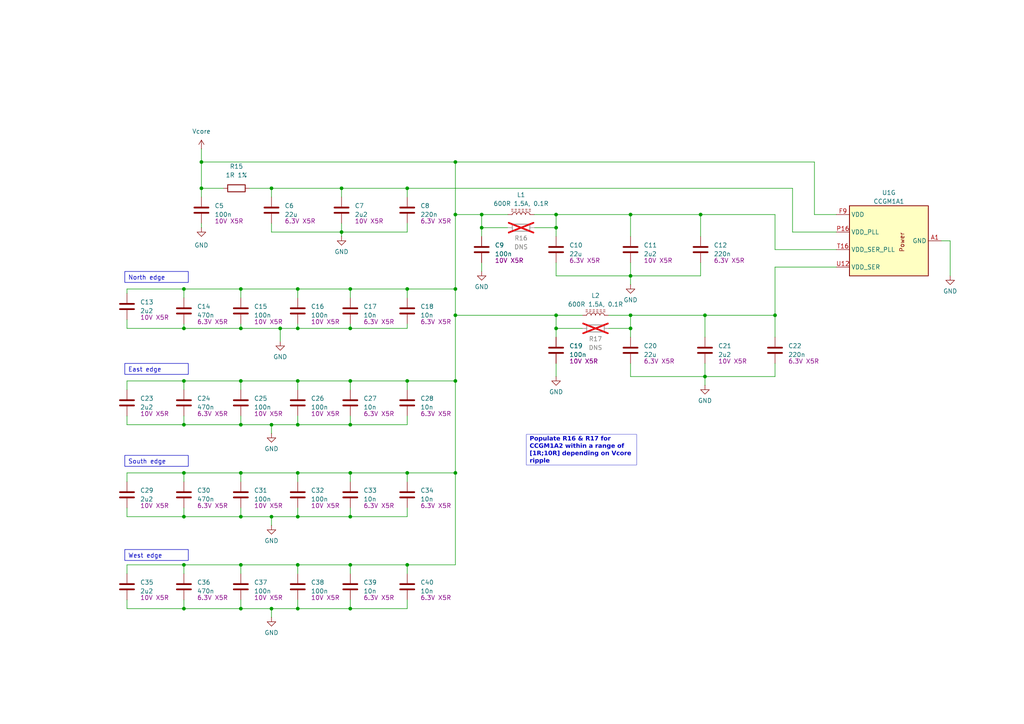
<source format=kicad_sch>
(kicad_sch (version 20250114) (generator "eeschema") (generator_version "9.0")
  (paper "A4")
  (title_block (title "CCSoM") (date "2024-12-20") (rev "1.0") (company "Technische Hochschule Köln") (comment 1 "Felix Sebastian Nitz "))
  (text_box "East edge\n" (at 36.195 105.41 0) (size 18.415 3.175) (margins 0.9525 0.9525 0.9525 0.9525) (effects (font (size 1.27 1.27)) (justify left top)))
  (text_box "North edge" (at 36.195 78.74 0) (size 18.415 3.175) (margins 0.9525 0.9525 0.9525 0.9525) (effects (font (size 1.27 1.27)) (justify left top)))
  (text_box "South edge\n" (at 36.195 132.08 0) (size 18.415 3.175) (margins 0.9525 0.9525 0.9525 0.9525) (effects (font (size 1.27 1.27)) (justify left top)))
  (text_box "Populate R16 & R17 for CCGM1A2 within a range of [1R;10R] depending on Vcore ripple" (at 152.654 125.984 0) (size 32.004 8.89) (margins 0.9652 0.9652 0.9652 0.9652) (stroke (width 0.0254)) (effects (font (size 1.27 1.27) (thickness 0.254) (bold yes)) (justify left)))
  (text_box "West edge" (at 36.195 159.385 0) (size 18.415 3.175) (margins 0.9525 0.9525 0.9525 0.9525) (effects (font (size 1.27 1.27)) (justify left top)))
  (junction (at 139.7 66.04))
  (junction (at 132.08 110.49))
  (junction (at 53.34 123.19))
  (junction (at 86.36 163.83))
  (junction (at 53.34 137.16))
  (junction (at 139.7 62.23))
  (junction (at 69.85 95.25))
  (junction (at 203.2 62.23))
  (junction (at 101.6 83.82))
  (junction (at 78.74 54.61))
  (junction (at 86.36 83.82))
  (junction (at 69.85 149.86))
  (junction (at 132.08 46.99))
  (junction (at 132.08 83.82))
  (junction (at 69.85 83.82))
  (junction (at 224.79 91.44))
  (junction (at 204.47 109.22))
  (junction (at 132.08 91.44))
  (junction (at 53.34 83.82))
  (junction (at 182.88 91.44))
  (junction (at 101.6 123.19))
  (junction (at 86.36 95.25))
  (junction (at 86.36 137.16))
  (junction (at 118.11 54.61))
  (junction (at 69.85 110.49))
  (junction (at 58.42 46.99))
  (junction (at 118.11 110.49))
  (junction (at 132.08 62.23))
  (junction (at 86.36 110.49))
  (junction (at 161.29 91.44))
  (junction (at 101.6 149.86))
  (junction (at 132.08 137.16))
  (junction (at 182.88 80.01))
  (junction (at 101.6 95.25))
  (junction (at 86.36 176.53))
  (junction (at 86.36 149.86))
  (junction (at 204.47 91.44))
  (junction (at 182.88 95.25))
  (junction (at 81.28 95.25))
  (junction (at 53.34 110.49))
  (junction (at 53.34 149.86))
  (junction (at 101.6 137.16))
  (junction (at 182.88 62.23))
  (junction (at 53.34 176.53))
  (junction (at 118.11 137.16))
  (junction (at 78.74 176.53))
  (junction (at 53.34 163.83))
  (junction (at 69.85 137.16))
  (junction (at 118.11 163.83))
  (junction (at 101.6 110.49))
  (junction (at 161.29 66.04))
  (junction (at 78.74 123.19))
  (junction (at 58.42 54.61))
  (junction (at 78.74 149.86))
  (junction (at 99.06 54.61))
  (junction (at 69.85 176.53))
  (junction (at 161.29 62.23))
  (junction (at 118.11 83.82))
  (junction (at 101.6 163.83))
  (junction (at 99.06 67.31))
  (junction (at 69.85 123.19))
  (junction (at 161.29 95.25))
  (junction (at 53.34 95.25))
  (junction (at 86.36 123.19))
  (junction (at 69.85 163.83))
  (junction (at 101.6 176.53))
  (wire (pts (xy 118.11 83.82) (xy 132.08 83.82)))
  (wire (pts (xy 36.83 149.86) (xy 53.34 149.86)))
  (wire (pts (xy 99.06 64.77) (xy 99.06 67.31)))
  (wire (pts (xy 242.57 72.39) (xy 224.79 72.39)))
  (wire (pts (xy 203.2 80.01) (xy 182.88 80.01)))
  (wire (pts (xy 101.6 139.7) (xy 101.6 137.16)))
  (wire (pts (xy 203.2 68.58) (xy 203.2 62.23)))
  (wire (pts (xy 118.11 163.83) (xy 132.08 163.83)))
  (wire (pts (xy 118.11 83.82) (xy 118.11 86.36)))
  (wire (pts (xy 86.36 110.49) (xy 86.36 113.03)))
  (wire (pts (xy 58.42 64.77) (xy 58.42 66.04)))
  (wire (pts (xy 53.34 147.32) (xy 53.34 149.86)))
  (wire (pts (xy 182.88 95.25) (xy 182.88 91.44)))
  (wire (pts (xy 242.57 62.23) (xy 236.22 62.23)))
  (wire (pts (xy 53.34 83.82) (xy 69.85 83.82)))
  (wire (pts (xy 69.85 95.25) (xy 81.28 95.25)))
  (wire (pts (xy 69.85 176.53) (xy 78.74 176.53)))
  (wire (pts (xy 182.88 76.2) (xy 182.88 80.01)))
  (wire (pts (xy 69.85 163.83) (xy 69.85 166.37)))
  (wire (pts (xy 78.74 176.53) (xy 86.36 176.53)))
  (wire (pts (xy 132.08 91.44) (xy 161.29 91.44)))
  (wire (pts (xy 101.6 166.37) (xy 101.6 163.83)))
  (wire (pts (xy 118.11 163.83) (xy 118.11 166.37)))
  (wire (pts (xy 118.11 110.49) (xy 118.11 113.03)))
  (wire (pts (xy 118.11 176.53) (xy 118.11 173.99)))
  (wire (pts (xy 101.6 113.03) (xy 101.6 110.49)))
  (wire (pts (xy 69.85 137.16) (xy 69.85 139.7)))
  (wire (pts (xy 58.42 54.61) (xy 64.77 54.61)))
  (wire (pts (xy 81.28 95.25) (xy 86.36 95.25)))
  (wire (pts (xy 161.29 68.58) (xy 161.29 66.04)))
  (wire (pts (xy 86.36 120.65) (xy 86.36 123.19)))
  (wire (pts (xy 161.29 95.25) (xy 168.91 95.25)))
  (wire (pts (xy 36.83 163.83) (xy 53.34 163.83)))
  (wire (pts (xy 53.34 83.82) (xy 53.34 86.36)))
  (wire (pts (xy 118.11 64.77) (xy 118.11 67.31)))
  (wire (pts (xy 132.08 137.16) (xy 132.08 163.83)))
  (wire (pts (xy 203.2 76.2) (xy 203.2 80.01)))
  (wire (pts (xy 101.6 163.83) (xy 118.11 163.83)))
  (wire (pts (xy 154.94 62.23) (xy 161.29 62.23)))
  (wire (pts (xy 176.53 95.25) (xy 182.88 95.25)))
  (wire (pts (xy 53.34 149.86) (xy 69.85 149.86)))
  (wire (pts (xy 78.74 64.77) (xy 78.74 67.31)))
  (wire (pts (xy 36.83 85.09) (xy 36.83 83.82)))
  (wire (pts (xy 99.06 54.61) (xy 118.11 54.61)))
  (wire (pts (xy 161.29 80.01) (xy 182.88 80.01)))
  (wire (pts (xy 101.6 95.25) (xy 118.11 95.25)))
  (wire (pts (xy 69.85 123.19) (xy 78.74 123.19)))
  (wire (pts (xy 161.29 76.2) (xy 161.29 80.01)))
  (wire (pts (xy 204.47 105.41) (xy 204.47 109.22)))
  (wire (pts (xy 139.7 76.2) (xy 139.7 78.74)))
  (wire (pts (xy 182.88 109.22) (xy 204.47 109.22)))
  (wire (pts (xy 86.36 110.49) (xy 101.6 110.49)))
  (wire (pts (xy 69.85 93.98) (xy 69.85 95.25)))
  (wire (pts (xy 78.74 54.61) (xy 99.06 54.61)))
  (wire (pts (xy 132.08 62.23) (xy 132.08 83.82)))
  (wire (pts (xy 86.36 173.99) (xy 86.36 176.53)))
  (wire (pts (xy 101.6 83.82) (xy 118.11 83.82)))
  (wire (pts (xy 132.08 46.99) (xy 132.08 62.23)))
  (wire (pts (xy 36.83 110.49) (xy 53.34 110.49)))
  (wire (pts (xy 224.79 105.41) (xy 224.79 109.22)))
  (wire (pts (xy 58.42 43.18) (xy 58.42 46.99)))
  (wire (pts (xy 53.34 93.98) (xy 53.34 95.25)))
  (wire (pts (xy 224.79 77.47) (xy 224.79 91.44)))
  (wire (pts (xy 118.11 54.61) (xy 118.11 57.15)))
  (wire (pts (xy 118.11 95.25) (xy 118.11 93.98)))
  (wire (pts (xy 224.79 97.79) (xy 224.79 91.44)))
  (wire (pts (xy 118.11 110.49) (xy 132.08 110.49)))
  (wire (pts (xy 72.39 54.61) (xy 78.74 54.61)))
  (wire (pts (xy 86.36 93.98) (xy 86.36 95.25)))
  (wire (pts (xy 101.6 137.16) (xy 118.11 137.16)))
  (wire (pts (xy 101.6 93.98) (xy 101.6 95.25)))
  (wire (pts (xy 118.11 123.19) (xy 118.11 120.65)))
  (wire (pts (xy 275.59 69.85) (xy 275.59 80.01)))
  (wire (pts (xy 132.08 110.49) (xy 132.08 137.16)))
  (wire (pts (xy 101.6 149.86) (xy 118.11 149.86)))
  (wire (pts (xy 69.85 110.49) (xy 69.85 113.03)))
  (wire (pts (xy 36.83 147.32) (xy 36.83 149.86)))
  (wire (pts (xy 69.85 173.99) (xy 69.85 176.53)))
  (wire (pts (xy 182.88 80.01) (xy 182.88 82.55)))
  (wire (pts (xy 36.83 137.16) (xy 53.34 137.16)))
  (wire (pts (xy 86.36 176.53) (xy 101.6 176.53)))
  (wire (pts (xy 69.85 163.83) (xy 86.36 163.83)))
  (wire (pts (xy 161.29 66.04) (xy 161.29 62.23)))
  (wire (pts (xy 86.36 137.16) (xy 86.36 139.7)))
  (wire (pts (xy 118.11 137.16) (xy 132.08 137.16)))
  (wire (pts (xy 58.42 54.61) (xy 58.42 57.15)))
  (wire (pts (xy 53.34 110.49) (xy 53.34 113.03)))
  (wire (pts (xy 101.6 120.65) (xy 101.6 123.19)))
  (wire (pts (xy 118.11 54.61) (xy 229.87 54.61)))
  (wire (pts (xy 69.85 147.32) (xy 69.85 149.86)))
  (wire (pts (xy 118.11 149.86) (xy 118.11 147.32)))
  (wire (pts (xy 229.87 67.31) (xy 242.57 67.31)))
  (wire (pts (xy 36.83 123.19) (xy 53.34 123.19)))
  (wire (pts (xy 53.34 176.53) (xy 69.85 176.53)))
  (wire (pts (xy 53.34 137.16) (xy 69.85 137.16)))
  (wire (pts (xy 161.29 91.44) (xy 161.29 95.25)))
  (wire (pts (xy 236.22 62.23) (xy 236.22 46.99)))
  (wire (pts (xy 69.85 83.82) (xy 69.85 86.36)))
  (wire (pts (xy 69.85 110.49) (xy 86.36 110.49)))
  (wire (pts (xy 86.36 163.83) (xy 101.6 163.83)))
  (wire (pts (xy 275.59 69.85) (xy 273.05 69.85)))
  (wire (pts (xy 242.57 77.47) (xy 224.79 77.47)))
  (wire (pts (xy 86.36 137.16) (xy 101.6 137.16)))
  (wire (pts (xy 53.34 163.83) (xy 69.85 163.83)))
  (wire (pts (xy 69.85 137.16) (xy 86.36 137.16)))
  (wire (pts (xy 101.6 110.49) (xy 118.11 110.49)))
  (wire (pts (xy 36.83 166.37) (xy 36.83 163.83)))
  (wire (pts (xy 224.79 91.44) (xy 204.47 91.44)))
  (wire (pts (xy 229.87 54.61) (xy 229.87 67.31)))
  (wire (pts (xy 161.29 95.25) (xy 161.29 97.79)))
  (wire (pts (xy 36.83 173.99) (xy 36.83 176.53)))
  (wire (pts (xy 182.88 68.58) (xy 182.88 62.23)))
  (wire (pts (xy 36.83 92.71) (xy 36.83 95.25)))
  (wire (pts (xy 86.36 83.82) (xy 101.6 83.82)))
  (wire (pts (xy 86.36 149.86) (xy 101.6 149.86)))
  (wire (pts (xy 58.42 46.99) (xy 58.42 54.61)))
  (wire (pts (xy 69.85 149.86) (xy 78.74 149.86)))
  (wire (pts (xy 78.74 149.86) (xy 78.74 152.4)))
  (wire (pts (xy 101.6 176.53) (xy 118.11 176.53)))
  (wire (pts (xy 182.88 105.41) (xy 182.88 109.22)))
  (wire (pts (xy 182.88 91.44) (xy 204.47 91.44)))
  (wire (pts (xy 36.83 176.53) (xy 53.34 176.53)))
  (wire (pts (xy 78.74 176.53) (xy 78.74 179.07)))
  (wire (pts (xy 53.34 120.65) (xy 53.34 123.19)))
  (wire (pts (xy 101.6 173.99) (xy 101.6 176.53)))
  (wire (pts (xy 139.7 66.04) (xy 139.7 68.58)))
  (wire (pts (xy 36.83 95.25) (xy 53.34 95.25)))
  (wire (pts (xy 176.53 91.44) (xy 182.88 91.44)))
  (wire (pts (xy 36.83 120.65) (xy 36.83 123.19)))
  (wire (pts (xy 224.79 72.39) (xy 224.79 62.23)))
  (wire (pts (xy 53.34 137.16) (xy 53.34 139.7)))
  (wire (pts (xy 53.34 123.19) (xy 69.85 123.19)))
  (wire (pts (xy 101.6 147.32) (xy 101.6 149.86)))
  (wire (pts (xy 86.36 163.83) (xy 86.36 166.37)))
  (wire (pts (xy 69.85 83.82) (xy 86.36 83.82)))
  (wire (pts (xy 53.34 163.83) (xy 53.34 166.37)))
  (wire (pts (xy 118.11 67.31) (xy 99.06 67.31)))
  (wire (pts (xy 118.11 137.16) (xy 118.11 139.7)))
  (wire (pts (xy 53.34 173.99) (xy 53.34 176.53)))
  (wire (pts (xy 132.08 46.99) (xy 236.22 46.99)))
  (wire (pts (xy 101.6 86.36) (xy 101.6 83.82)))
  (wire (pts (xy 86.36 83.82) (xy 86.36 86.36)))
  (wire (pts (xy 224.79 62.23) (xy 203.2 62.23)))
  (wire (pts (xy 161.29 62.23) (xy 182.88 62.23)))
  (wire (pts (xy 36.83 113.03) (xy 36.83 110.49)))
  (wire (pts (xy 78.74 54.61) (xy 78.74 57.15)))
  (wire (pts (xy 86.36 123.19) (xy 101.6 123.19)))
  (wire (pts (xy 139.7 62.23) (xy 139.7 66.04)))
  (wire (pts (xy 78.74 123.19) (xy 86.36 123.19)))
  (wire (pts (xy 204.47 109.22) (xy 204.47 111.76)))
  (wire (pts (xy 58.42 46.99) (xy 132.08 46.99)))
  (wire (pts (xy 53.34 95.25) (xy 69.85 95.25)))
  (wire (pts (xy 78.74 123.19) (xy 78.74 125.73)))
  (wire (pts (xy 224.79 109.22) (xy 204.47 109.22)))
  (wire (pts (xy 101.6 123.19) (xy 118.11 123.19)))
  (wire (pts (xy 154.94 66.04) (xy 161.29 66.04)))
  (wire (pts (xy 78.74 67.31) (xy 99.06 67.31)))
  (wire (pts (xy 132.08 91.44) (xy 132.08 110.49)))
  (wire (pts (xy 99.06 54.61) (xy 99.06 57.15)))
  (wire (pts (xy 139.7 66.04) (xy 147.32 66.04)))
  (wire (pts (xy 78.74 149.86) (xy 86.36 149.86)))
  (wire (pts (xy 81.28 95.25) (xy 81.28 99.06)))
  (wire (pts (xy 182.88 97.79) (xy 182.88 95.25)))
  (wire (pts (xy 86.36 95.25) (xy 101.6 95.25)))
  (wire (pts (xy 69.85 120.65) (xy 69.85 123.19)))
  (wire (pts (xy 161.29 91.44) (xy 168.91 91.44)))
  (wire (pts (xy 139.7 62.23) (xy 147.32 62.23)))
  (wire (pts (xy 53.34 110.49) (xy 69.85 110.49)))
  (wire (pts (xy 86.36 147.32) (xy 86.36 149.86)))
  (wire (pts (xy 203.2 62.23) (xy 182.88 62.23)))
  (wire (pts (xy 99.06 67.31) (xy 99.06 68.58)))
  (wire (pts (xy 36.83 139.7) (xy 36.83 137.16)))
  (wire (pts (xy 204.47 97.79) (xy 204.47 91.44)))
  (wire (pts (xy 36.83 83.82) (xy 53.34 83.82)))
  (wire (pts (xy 161.29 105.41) (xy 161.29 109.22)))
  (wire (pts (xy 132.08 62.23) (xy 139.7 62.23)))
  (wire (pts (xy 132.08 83.82) (xy 132.08 91.44)))
  (symbol (lib_id "Device:C") (at 53.34 90.17 0) (unit 1)
    (property "Reference" "C14" (at 57.15 88.9 0) (effects (justify left)))
    (property "Value" "470n" (at 57.15 91.44 0) (effects (justify left)))
    (property "Footprint" "Capacitor_SMD:C_0402_1005Metric" (effects (hide yes)))
    (property "Description" "Unpolarized capacitor" (effects (hide yes)))
    (property "Voltage/Precision" "6.3V X5R" (at 57.15 93.345 0) (effects (justify left)))
    (property "Mouser Part Number" "GRT155C81C474KE01D" (effects (hide yes)))
    (property "Part Number" "GRT155C81C474KE01D" (effects (hide yes)))
  )
  (symbol (lib_id "Device:C") (at 101.6 90.17 0) (unit 1)
    (property "Reference" "C17" (at 105.41 88.9 0) (effects (justify left)))
    (property "Value" "10n" (at 105.41 91.44 0) (effects (justify left)))
    (property "Footprint" "Capacitor_SMD:C_0402_1005Metric" (effects (hide yes)))
    (property "Description" "Unpolarized capacitor" (effects (hide yes)))
    (property "Voltage/Precision" "6.3V X5R" (at 105.41 93.345 0) (effects (justify left)))
    (property "Mouser Part Number" "GRM155R71C103KA01D" (effects (hide yes)))
    (property "Part Number" "GRM155R71C103KA01D" (effects (hide yes)))
  )
  (symbol (lib_id "Device:C") (at 36.83 143.51 0) (unit 1)
    (property "Reference" "C29" (at 40.64 142.24 0) (effects (justify left)))
    (property "Value" "2u2" (at 40.64 144.78 0) (effects (justify left)))
    (property "Footprint" "Capacitor_SMD:C_0402_1005Metric" (effects (hide yes)))
    (property "Description" "Unpolarized capacitor" (effects (hide yes)))
    (property "Voltage/Precision" "10V X5R" (at 40.64 146.685 0) (effects (justify left)))
    (property "Mouser Part Number" "GRM155Z71A225KE44D" (effects (hide yes)))
    (property "Part Number" "GRM155Z71A225KE44D" (effects (hide yes)))
  )
  (symbol (lib_id "Device:L_Ferrite") (at 151.13 62.23 90) (unit 1)
    (property "Reference" "L1" (at 151.13 56.515 90))
    (property "Value" "600R 1.5A, 0.1R" (at 151.13 59.055 90))
    (property "Footprint" "Capacitor_SMD:C_0603_1608Metric" (effects (hide yes)))
    (property "Description" "Inductor with ferrite core" (effects (hide yes)))
    (property "Name" "MI0805K601R-10" (effects (hide yes)))
    (property "Mouser Part Number" "74269262601" (effects (hide yes)))
    (property "Part Number" "74269262601" (effects (hide yes)))
  )
  (symbol (lib_id "Device:C") (at 118.11 143.51 0) (unit 1)
    (property "Reference" "C34" (at 121.92 142.24 0) (effects (justify left)))
    (property "Value" "10n" (at 121.92 144.78 0) (effects (justify left)))
    (property "Footprint" "Capacitor_SMD:C_0402_1005Metric" (effects (hide yes)))
    (property "Description" "Unpolarized capacitor" (effects (hide yes)))
    (property "Voltage/Precision" "6.3V X5R" (at 121.92 146.685 0) (effects (justify left)))
    (property "Mouser Part Number" "GRM155R71C103KA01D" (effects (hide yes)))
    (property "Part Number" "GRM155R71C103KA01D" (effects (hide yes)))
  )
  (symbol (lib_id "Device:R") (at 151.13 66.04 270) (mirror x) (unit 1) (dnp yes)
    (property "Reference" "R16" (at 151.13 69.088 90))
    (property "Value" "DNS" (at 151.13 71.628 90))
    (property "Footprint" "Resistor_SMD:R_0402_1005Metric" (effects (hide yes)))
    (property "Description" "Resistor" (effects (hide yes)))
    (property "Mouser Part Number" "71-CRCW020133R0FNED" (effects (hide yes)))
  )
  (symbol (lib_id "Device:C") (at 86.36 90.17 0) (unit 1)
    (property "Reference" "C16" (at 90.17 88.9 0) (effects (justify left)))
    (property "Value" "100n" (at 90.17 91.44 0) (effects (justify left)))
    (property "Footprint" "Capacitor_SMD:C_0402_1005Metric" (effects (hide yes)))
    (property "Description" "Unpolarized capacitor" (effects (hide yes)))
    (property "Voltage/Precision" "10V X5R" (at 90.17 93.345 0) (effects (justify left)))
    (property "Mouser Part Number" "GRM155R71C104KA88J" (effects (hide yes)))
    (property "Part Number" "GRM155R71C104KA88J" (effects (hide yes)))
  )
  (symbol (lib_id "power:GND") (at 204.47 111.76 0) (unit 1)
    (property "Reference" "#PWR030" (effects (hide yes)))
    (property "Value" "GND" (at 204.47 116.205 0))
    (property "Description" "Power symbol creates a global label with name \"GND\" , ground" (effects (hide yes)))
  )
  (symbol (lib_id "Device:C") (at 86.36 170.18 0) (unit 1)
    (property "Reference" "C38" (at 90.17 168.91 0) (effects (justify left)))
    (property "Value" "100n" (at 90.17 171.45 0) (effects (justify left)))
    (property "Footprint" "Capacitor_SMD:C_0402_1005Metric" (effects (hide yes)))
    (property "Description" "Unpolarized capacitor" (effects (hide yes)))
    (property "Voltage/Precision" "10V X5R" (at 90.17 173.355 0) (effects (justify left)))
    (property "Mouser Part Number" "GRM155R71C104KA88J" (effects (hide yes)))
    (property "Part Number" "GRM155R71C104KA88J" (effects (hide yes)))
  )
  (symbol (lib_id "Device:C") (at 58.42 60.96 0) (unit 1)
    (property "Reference" "C5" (at 62.23 59.69 0) (effects (justify left)))
    (property "Value" "100n" (at 62.23 62.23 0) (effects (justify left)))
    (property "Footprint" "Capacitor_SMD:C_0402_1005Metric" (effects (hide yes)))
    (property "Description" "Unpolarized capacitor" (effects (hide yes)))
    (property "Voltage/Precision" "10V X5R" (at 62.23 64.135 0) (effects (justify left)))
    (property "Mouser Part Number" "GRM155R71C104KA88J" (effects (hide yes)))
    (property "Part Number" "GRM155R71C104KA88J" (effects (hide yes)))
  )
  (symbol (lib_id "Device:C") (at 53.34 116.84 0) (unit 1)
    (property "Reference" "C24" (at 57.15 115.57 0) (effects (justify left)))
    (property "Value" "470n" (at 57.15 118.11 0) (effects (justify left)))
    (property "Footprint" "Capacitor_SMD:C_0402_1005Metric" (effects (hide yes)))
    (property "Description" "Unpolarized capacitor" (effects (hide yes)))
    (property "Voltage/Precision" "6.3V X5R" (at 57.15 120.015 0) (effects (justify left)))
    (property "Mouser Part Number" "GRT155C81C474KE01D" (effects (hide yes)))
    (property "Part Number" "GRT155C81C474KE01D" (effects (hide yes)))
  )
  (symbol (lib_id "Device:C") (at 78.74 60.96 0) (unit 1)
    (property "Reference" "C6" (at 82.55 59.69 0) (effects (justify left)))
    (property "Value" "22u" (at 82.55 62.23 0) (effects (justify left)))
    (property "Footprint" "Capacitor_SMD:C_0603_1608Metric" (effects (hide yes)))
    (property "Description" "Unpolarized capacitor" (effects (hide yes)))
    (property "Voltage/Precision" "6.3V X5R" (at 82.55 64.135 0) (effects (justify left)))
    (property "Mouser Part Number" "GRM188C61C226ME01W" (effects (hide yes)))
    (property "Part Number" "GRM188C61C226ME01W" (effects (hide yes)))
  )
  (symbol (lib_id "Device:C") (at 86.36 116.84 0) (unit 1)
    (property "Reference" "C26" (at 90.17 115.57 0) (effects (justify left)))
    (property "Value" "100n" (at 90.17 118.11 0) (effects (justify left)))
    (property "Footprint" "Capacitor_SMD:C_0402_1005Metric" (effects (hide yes)))
    (property "Description" "Unpolarized capacitor" (effects (hide yes)))
    (property "Voltage/Precision" "10V X5R" (at 90.17 120.015 0) (effects (justify left)))
    (property "Mouser Part Number" "GRM155R71C104KA88J" (effects (hide yes)))
    (property "Part Number" "GRM155R71C104KA88J" (effects (hide yes)))
  )
  (symbol (lib_id "power:GND") (at 99.06 68.58 0) (unit 1)
    (property "Reference" "#PWR024" (effects (hide yes)))
    (property "Value" "GND" (at 99.06 73.025 0))
    (property "Description" "Power symbol creates a global label with name \"GND\" , ground" (effects (hide yes)))
  )
  (symbol (lib_id "power:+2V5") (at 58.42 43.18 0) (unit 1)
    (property "Reference" "#PWR022" (effects (hide yes)))
    (property "Value" "Vcore" (at 58.42 38.1 0))
    (property "Description" "Power symbol creates a global label with name \"+2V5\"" (effects (hide yes)))
  )
  (symbol (lib_id "Device:C") (at 118.11 60.96 0) (unit 1)
    (property "Reference" "C8" (at 121.92 59.69 0) (effects (justify left)))
    (property "Value" "220n" (at 121.92 62.23 0) (effects (justify left)))
    (property "Footprint" "Capacitor_SMD:C_0402_1005Metric" (effects (hide yes)))
    (property "Description" "Unpolarized capacitor" (effects (hide yes)))
    (property "Voltage/Precision" "6.3V X5R" (at 121.92 64.135 0) (effects (justify left)))
    (property "Mouser Part Number" "GRM155R71C224KA12D" (effects (hide yes)))
    (property "Part Number" "GRM155R71C224KA12D" (effects (hide yes)))
  )
  (symbol (lib_id "Device:C") (at 101.6 143.51 0) (unit 1)
    (property "Reference" "C33" (at 105.41 142.24 0) (effects (justify left)))
    (property "Value" "10n" (at 105.41 144.78 0) (effects (justify left)))
    (property "Footprint" "Capacitor_SMD:C_0402_1005Metric" (effects (hide yes)))
    (property "Description" "Unpolarized capacitor" (effects (hide yes)))
    (property "Voltage/Precision" "6.3V X5R" (at 105.41 146.685 0) (effects (justify left)))
    (property "Mouser Part Number" "GRM155R71C103KA01D" (effects (hide yes)))
    (property "Part Number" "GRM155R71C103KA01D" (effects (hide yes)))
  )
  (symbol (lib_id "Device:C") (at 36.83 116.84 0) (unit 1)
    (property "Reference" "C23" (at 40.64 115.57 0) (effects (justify left)))
    (property "Value" "2u2" (at 40.64 118.11 0) (effects (justify left)))
    (property "Footprint" "Capacitor_SMD:C_0402_1005Metric" (effects (hide yes)))
    (property "Description" "Unpolarized capacitor" (effects (hide yes)))
    (property "Voltage/Precision" "10V X5R" (at 40.64 120.015 0) (effects (justify left)))
    (property "Mouser Part Number" "GRM155Z71A225KE44D" (effects (hide yes)))
    (property "Part Number" "GRM155Z71A225KE44D" (effects (hide yes)))
  )
  (symbol (lib_id "Device:C") (at 36.83 170.18 0) (unit 1)
    (property "Reference" "C35" (at 40.64 168.91 0) (effects (justify left)))
    (property "Value" "2u2" (at 40.64 171.45 0) (effects (justify left)))
    (property "Footprint" "Capacitor_SMD:C_0402_1005Metric" (effects (hide yes)))
    (property "Description" "Unpolarized capacitor" (effects (hide yes)))
    (property "Voltage/Precision" "10V X5R" (at 40.64 173.355 0) (effects (justify left)))
    (property "Mouser Part Number" "GRM155Z71A225KE44D" (effects (hide yes)))
    (property "Part Number" "GRM155Z71A225KE44D" (effects (hide yes)))
  )
  (symbol (lib_id "Device:C") (at 53.34 143.51 0) (unit 1)
    (property "Reference" "C30" (at 57.15 142.24 0) (effects (justify left)))
    (property "Value" "470n" (at 57.15 144.78 0) (effects (justify left)))
    (property "Footprint" "Capacitor_SMD:C_0402_1005Metric" (effects (hide yes)))
    (property "Description" "Unpolarized capacitor" (effects (hide yes)))
    (property "Voltage/Precision" "6.3V X5R" (at 57.15 146.685 0) (effects (justify left)))
    (property "Mouser Part Number" "GRT155C81C474KE01D" (effects (hide yes)))
    (property "Part Number" "GRT155C81C474KE01D" (effects (hide yes)))
  )
  (symbol (lib_id "Device:C") (at 182.88 101.6 0) (unit 1)
    (property "Reference" "C20" (at 186.69 100.33 0) (effects (justify left)))
    (property "Value" "22u" (at 186.69 102.87 0) (effects (justify left)))
    (property "Footprint" "Capacitor_SMD:C_0603_1608Metric" (effects (hide yes)))
    (property "Description" "Unpolarized capacitor" (effects (hide yes)))
    (property "Voltage/Precision" "6.3V X5R" (at 186.69 104.775 0) (effects (justify left)))
    (property "Mouser Part Number" "GRM188C61C226ME01W" (effects (hide yes)))
    (property "Part Number" "GRM188C61C226ME01W" (effects (hide yes)))
  )
  (symbol (lib_id "Device:C") (at 36.83 88.9 0) (unit 1)
    (property "Reference" "C13" (at 40.64 87.63 0) (effects (justify left)))
    (property "Value" "2u2" (at 40.64 90.17 0) (effects (justify left)))
    (property "Footprint" "Capacitor_SMD:C_0402_1005Metric" (effects (hide yes)))
    (property "Description" "Unpolarized capacitor" (effects (hide yes)))
    (property "Voltage/Precision" "10V X5R" (at 40.64 92.075 0) (effects (justify left)))
    (property "Mouser Part Number" "GRM155Z71A225KE44D" (effects (hide yes)))
    (property "Part Number" "GRM155Z71A225KE44D" (effects (hide yes)))
  )
  (symbol (lib_id "power:GND") (at 161.29 109.22 0) (unit 1)
    (property "Reference" "#PWR029" (effects (hide yes)))
    (property "Value" "GND" (at 161.29 113.665 0))
    (property "Description" "Power symbol creates a global label with name \"GND\" , ground" (effects (hide yes)))
  )
  (symbol (lib_id "power:GND") (at 182.88 82.55 0) (unit 1)
    (property "Reference" "#PWR027" (effects (hide yes)))
    (property "Value" "GND" (at 182.88 86.995 0))
    (property "Description" "Power symbol creates a global label with name \"GND\" , ground" (effects (hide yes)))
  )
  (symbol (lib_id "Device:C") (at 86.36 143.51 0) (unit 1)
    (property "Reference" "C32" (at 90.17 142.24 0) (effects (justify left)))
    (property "Value" "100n" (at 90.17 144.78 0) (effects (justify left)))
    (property "Footprint" "Capacitor_SMD:C_0402_1005Metric" (effects (hide yes)))
    (property "Description" "Unpolarized capacitor" (effects (hide yes)))
    (property "Voltage/Precision" "10V X5R" (at 90.17 146.685 0) (effects (justify left)))
    (property "Mouser Part Number" "GRM155R71C104KA88J" (effects (hide yes)))
    (property "Part Number" "GRM155R71C104KA88J" (effects (hide yes)))
  )
  (symbol (lib_id "Device:L_Ferrite") (at 172.72 91.44 90) (unit 1)
    (property "Reference" "L2" (at 172.72 85.725 90))
    (property "Value" "600R 1.5A, 0.1R" (at 172.72 88.265 90))
    (property "Footprint" "Capacitor_SMD:C_0603_1608Metric" (effects (hide yes)))
    (property "Description" "Inductor with ferrite core" (effects (hide yes)))
    (property "Name" "MI0805K601R-10" (effects (hide yes)))
    (property "Mouser Part Number" "74269262601" (effects (hide yes)))
    (property "Part Number" "74269262601" (effects (hide yes)))
  )
  (symbol (lib_id "Device:R") (at 172.72 95.25 270) (mirror x) (unit 1) (dnp yes)
    (property "Reference" "R17" (at 172.72 98.298 90))
    (property "Value" "DNS" (at 172.72 100.838 90))
    (property "Footprint" "Resistor_SMD:R_0402_1005Metric" (effects (hide yes)))
    (property "Description" "Resistor" (effects (hide yes)))
    (property "Mouser Part Number" "71-CRCW020133R0FNED" (effects (hide yes)))
  )
  (symbol (lib_id "Device:C") (at 203.2 72.39 0) (unit 1)
    (property "Reference" "C12" (at 207.01 71.12 0) (effects (justify left)))
    (property "Value" "220n" (at 207.01 73.66 0) (effects (justify left)))
    (property "Footprint" "Capacitor_SMD:C_0402_1005Metric" (effects (hide yes)))
    (property "Description" "Unpolarized capacitor" (effects (hide yes)))
    (property "Voltage/Precision" "6.3V X5R" (at 207.01 75.565 0) (effects (justify left)))
    (property "Mouser Part Number" "GRM155R71C224KA12D" (effects (hide yes)))
    (property "Part Number" "GRM155R71C224KA12D" (effects (hide yes)))
  )
  (symbol (lib_id "Device:C") (at 53.34 170.18 0) (unit 1)
    (property "Reference" "C36" (at 57.15 168.91 0) (effects (justify left)))
    (property "Value" "470n" (at 57.15 171.45 0) (effects (justify left)))
    (property "Footprint" "Capacitor_SMD:C_0402_1005Metric" (effects (hide yes)))
    (property "Description" "Unpolarized capacitor" (effects (hide yes)))
    (property "Voltage/Precision" "6.3V X5R" (at 57.15 173.355 0) (effects (justify left)))
    (property "Mouser Part Number" "GRT155C81C474KE01D" (effects (hide yes)))
    (property "Part Number" "GRT155C81C474KE01D" (effects (hide yes)))
  )
  (symbol (lib_id "Device:R") (at 68.58 54.61 90) (unit 1)
    (property "Reference" "R15" (at 68.58 48.26 90))
    (property "Value" "1R 1%" (at 68.58 50.8 90))
    (property "Footprint" "Resistor_SMD:R_0402_1005Metric" (effects (hide yes)))
    (property "Description" "Resistor" (effects (hide yes)))
    (property "Mouser Part Number" "CRCW04021R00FKEDHP" (effects (hide yes)))
    (property "Part Number" "CRCW04021R00FKEDHP" (effects (hide yes)))
  )
  (symbol (lib_id "Device:C") (at 182.88 72.39 0) (unit 1)
    (property "Reference" "C11" (at 186.69 71.12 0) (effects (justify left)))
    (property "Value" "2u2" (at 186.69 73.66 0) (effects (justify left)))
    (property "Footprint" "Capacitor_SMD:C_0402_1005Metric" (effects (hide yes)))
    (property "Description" "Unpolarized capacitor" (effects (hide yes)))
    (property "Voltage/Precision" "10V X5R" (at 186.69 75.565 0) (effects (justify left)))
    (property "Mouser Part Number" "GRM155Z71A225KE44D" (effects (hide yes)))
    (property "Part Number" "GRM155Z71A225KE44D" (effects (hide yes)))
  )
  (symbol (lib_id "power:GND") (at 275.59 80.01 0) (unit 1)
    (property "Reference" "#PWR026" (effects (hide yes)))
    (property "Value" "GND" (at 275.59 84.455 0))
    (property "Description" "Power symbol creates a global label with name \"GND\" , ground" (effects (hide yes)))
  )
  (symbol (lib_id "power:GND") (at 58.42 66.04 0) (unit 1)
    (property "Reference" "#PWR023" (effects (hide yes)))
    (property "Value" "GND" (at 58.42 71.12 0))
    (property "Description" "Power symbol creates a global label with name \"GND\" , ground" (effects (hide yes)))
  )
  (symbol (lib_id "Device:C") (at 204.47 101.6 0) (unit 1)
    (property "Reference" "C21" (at 208.28 100.33 0) (effects (justify left)))
    (property "Value" "2u2" (at 208.28 102.87 0) (effects (justify left)))
    (property "Footprint" "Capacitor_SMD:C_0402_1005Metric" (effects (hide yes)))
    (property "Description" "Unpolarized capacitor" (effects (hide yes)))
    (property "Voltage/Precision" "10V X5R" (at 208.28 104.775 0) (effects (justify left)))
    (property "Mouser Part Number" "GRM155Z71A225KE44D" (effects (hide yes)))
    (property "Part Number" "GRM155Z71A225KE44D" (effects (hide yes)))
  )
  (symbol (lib_id "Device:C") (at 101.6 170.18 0) (unit 1)
    (property "Reference" "C39" (at 105.41 168.91 0) (effects (justify left)))
    (property "Value" "10n" (at 105.41 171.45 0) (effects (justify left)))
    (property "Footprint" "Capacitor_SMD:C_0402_1005Metric" (effects (hide yes)))
    (property "Description" "Unpolarized capacitor" (effects (hide yes)))
    (property "Voltage/Precision" "6.3V X5R" (at 105.41 173.355 0) (effects (justify left)))
    (property "Mouser Part Number" "GRM155R71C103KA01D" (effects (hide yes)))
    (property "Part Number" "GRM155R71C103KA01D" (effects (hide yes)))
  )
  (symbol (lib_id "Device:C") (at 69.85 170.18 0) (unit 1)
    (property "Reference" "C37" (at 73.66 168.91 0) (effects (justify left)))
    (property "Value" "100n" (at 73.66 171.45 0) (effects (justify left)))
    (property "Footprint" "Capacitor_SMD:C_0402_1005Metric" (effects (hide yes)))
    (property "Description" "Unpolarized capacitor" (effects (hide yes)))
    (property "Voltage/Precision" "10V X5R" (at 73.66 173.355 0) (effects (justify left)))
    (property "Mouser Part Number" "GRM155R71C104KA88J" (effects (hide yes)))
    (property "Part Number" "GRM155R71C104KA88J" (effects (hide yes)))
  )
  (symbol (lib_id "FPGA_CologneChip_GateMate:CCGM1A2") (at 257.81 69.85 90) (unit 7)
    (property "Reference" "U1" (at 257.81 55.88 90))
    (property "Value" "CCGM1A1" (at 257.81 58.42 90))
    (property "Footprint" "Package_BGA:BGA-324_15.0x15.0mm_Layout18x18_P0.8mm_Ball0.45mm_Pad0.4mm_NSMD" (effects (hide yes)))
    (property "Datasheet" "https://colognechip.com/docs/ds1001-gatemate1-datasheet-2022-05.pdf" (effects (hide yes)))
    (property "Mouser Part Number" "CCGM1A1-BGA324" (effects (hide yes)))
    (property "Part Number" "CCGM1A1-BGA324" (effects (hide yes)))
  )
  (symbol (lib_id "power:GND") (at 78.74 179.07 0) (unit 1)
    (property "Reference" "#PWR033" (effects (hide yes)))
    (property "Value" "GND" (at 78.74 183.515 0))
    (property "Description" "Power symbol creates a global label with name \"GND\" , ground" (effects (hide yes)))
  )
  (symbol (lib_id "Device:C") (at 69.85 90.17 0) (unit 1)
    (property "Reference" "C15" (at 73.66 88.9 0) (effects (justify left)))
    (property "Value" "100n" (at 73.66 91.44 0) (effects (justify left)))
    (property "Footprint" "Capacitor_SMD:C_0402_1005Metric" (effects (hide yes)))
    (property "Description" "Unpolarized capacitor" (effects (hide yes)))
    (property "Voltage/Precision" "10V X5R" (at 73.66 93.345 0) (effects (justify left)))
    (property "Mouser Part Number" "GRM155R71C104KA88J" (effects (hide yes)))
    (property "Part Number" "GRM155R71C104KA88J" (effects (hide yes)))
  )
  (symbol (lib_id "Device:C") (at 224.79 101.6 0) (unit 1)
    (property "Reference" "C22" (at 228.6 100.33 0) (effects (justify left)))
    (property "Value" "220n" (at 228.6 102.87 0) (effects (justify left)))
    (property "Footprint" "Capacitor_SMD:C_0402_1005Metric" (effects (hide yes)))
    (property "Description" "Unpolarized capacitor" (effects (hide yes)))
    (property "Voltage/Precision" "6.3V X5R" (at 228.6 104.775 0) (effects (justify left)))
    (property "Mouser Part Number" "GRM155R71C224KA12D" (effects (hide yes)))
    (property "Part Number" "GRM155R71C224KA12D" (effects (hide yes)))
  )
  (symbol (lib_id "Device:C") (at 118.11 170.18 0) (unit 1)
    (property "Reference" "C40" (at 121.92 168.91 0) (effects (justify left)))
    (property "Value" "10n" (at 121.92 171.45 0) (effects (justify left)))
    (property "Footprint" "Capacitor_SMD:C_0402_1005Metric" (effects (hide yes)))
    (property "Description" "Unpolarized capacitor" (effects (hide yes)))
    (property "Voltage/Precision" "6.3V X5R" (at 121.92 173.355 0) (effects (justify left)))
    (property "Mouser Part Number" "GRM155R71C103KA01D" (effects (hide yes)))
    (property "Part Number" "GRM155R71C103KA01D" (effects (hide yes)))
  )
  (symbol (lib_id "power:GND") (at 78.74 152.4 0) (unit 1)
    (property "Reference" "#PWR032" (effects (hide yes)))
    (property "Value" "GND" (at 78.74 156.845 0))
    (property "Description" "Power symbol creates a global label with name \"GND\" , ground" (effects (hide yes)))
  )
  (symbol (lib_id "Device:C") (at 101.6 116.84 0) (unit 1)
    (property "Reference" "C27" (at 105.41 115.57 0) (effects (justify left)))
    (property "Value" "10n" (at 105.41 118.11 0) (effects (justify left)))
    (property "Footprint" "Capacitor_SMD:C_0402_1005Metric" (effects (hide yes)))
    (property "Description" "Unpolarized capacitor" (effects (hide yes)))
    (property "Voltage/Precision" "6.3V X5R" (at 105.41 120.015 0) (effects (justify left)))
    (property "Mouser Part Number" "GRM155R71C103KA01D" (effects (hide yes)))
    (property "Part Number" "GRM155R71C103KA01D" (effects (hide yes)))
  )
  (symbol (lib_id "Device:C") (at 69.85 143.51 0) (unit 1)
    (property "Reference" "C31" (at 73.66 142.24 0) (effects (justify left)))
    (property "Value" "100n" (at 73.66 144.78 0) (effects (justify left)))
    (property "Footprint" "Capacitor_SMD:C_0402_1005Metric" (effects (hide yes)))
    (property "Description" "Unpolarized capacitor" (effects (hide yes)))
    (property "Voltage/Precision" "10V X5R" (at 73.66 146.685 0) (effects (justify left)))
    (property "Mouser Part Number" "GRM155R71C104KA88J" (effects (hide yes)))
    (property "Part Number" "GRM155R71C104KA88J" (effects (hide yes)))
  )
  (symbol (lib_id "power:GND") (at 81.28 99.06 0) (unit 1)
    (property "Reference" "#PWR028" (effects (hide yes)))
    (property "Value" "GND" (at 81.28 103.505 0))
    (property "Description" "Power symbol creates a global label with name \"GND\" , ground" (effects (hide yes)))
  )
  (symbol (lib_id "Device:C") (at 118.11 90.17 0) (unit 1)
    (property "Reference" "C18" (at 121.92 88.9 0) (effects (justify left)))
    (property "Value" "10n" (at 121.92 91.44 0) (effects (justify left)))
    (property "Footprint" "Capacitor_SMD:C_0402_1005Metric" (effects (hide yes)))
    (property "Description" "Unpolarized capacitor" (effects (hide yes)))
    (property "Voltage/Precision" "6.3V X5R" (at 121.92 93.345 0) (effects (justify left)))
    (property "Mouser Part Number" "GRM155R71C103KA01D" (effects (hide yes)))
    (property "Part Number" "GRM155R71C103KA01D" (effects (hide yes)))
  )
  (symbol (lib_id "Device:C") (at 69.85 116.84 0) (unit 1)
    (property "Reference" "C25" (at 73.66 115.57 0) (effects (justify left)))
    (property "Value" "100n" (at 73.66 118.11 0) (effects (justify left)))
    (property "Footprint" "Capacitor_SMD:C_0402_1005Metric" (effects (hide yes)))
    (property "Description" "Unpolarized capacitor" (effects (hide yes)))
    (property "Voltage/Precision" "10V X5R" (at 73.66 120.015 0) (effects (justify left)))
    (property "Mouser Part Number" "GRM155R71C104KA88J" (effects (hide yes)))
    (property "Part Number" "GRM155R71C104KA88J" (effects (hide yes)))
  )
  (symbol (lib_id "Device:C") (at 139.7 72.39 0) (unit 1)
    (property "Reference" "C9" (at 143.51 71.12 0) (effects (justify left)))
    (property "Value" "100n" (at 143.51 73.66 0) (effects (justify left)))
    (property "Footprint" "Capacitor_SMD:C_0402_1005Metric" (effects (hide yes)))
    (property "Description" "Unpolarized capacitor" (effects (hide yes)))
    (property "Voltage/Precision" "10V X5R" (at 143.51 75.565 0) (effects (justify left)))
    (property "Mouser Part Number" "GRM155R71C104KA88J" (effects (hide yes)))
    (property "Part Number" "GRM155R71C104KA88J" (effects (hide yes)))
  )
  (symbol (lib_id "power:GND") (at 139.7 78.74 0) (unit 1)
    (property "Reference" "#PWR025" (effects (hide yes)))
    (property "Value" "GND" (at 139.7 83.185 0))
    (property "Description" "Power symbol creates a global label with name \"GND\" , ground" (effects (hide yes)))
  )
  (symbol (lib_id "Device:C") (at 161.29 101.6 0) (unit 1)
    (property "Reference" "C19" (at 165.1 100.33 0) (effects (justify left)))
    (property "Value" "100n" (at 165.1 102.87 0) (effects (justify left)))
    (property "Footprint" "Capacitor_SMD:C_0402_1005Metric" (effects (hide yes)))
    (property "Description" "Unpolarized capacitor" (effects (hide yes)))
    (property "Voltage/Precision" "10V X5R" (at 165.1 104.775 0) (effects (justify left)))
    (property "Mouser Part Number" "GRM155R71C104KA88J" (effects (hide yes)))
    (property "Part Number" "GRM155R71C104KA88J" (effects (hide yes)))
  )
  (symbol (lib_id "Device:C") (at 161.29 72.39 0) (unit 1)
    (property "Reference" "C10" (at 165.1 71.12 0) (effects (justify left)))
    (property "Value" "22u" (at 165.1 73.66 0) (effects (justify left)))
    (property "Footprint" "Capacitor_SMD:C_0603_1608Metric" (effects (hide yes)))
    (property "Description" "Unpolarized capacitor" (effects (hide yes)))
    (property "Voltage/Precision" "6.3V X5R" (at 165.1 75.565 0) (effects (justify left)))
    (property "Mouser Part Number" "GRM188C61C226ME01W" (effects (hide yes)))
    (property "Part Number" "GRM188C61C226ME01W" (effects (hide yes)))
  )
  (symbol (lib_id "Device:C") (at 118.11 116.84 0) (unit 1)
    (property "Reference" "C28" (at 121.92 115.57 0) (effects (justify left)))
    (property "Value" "10n" (at 121.92 118.11 0) (effects (justify left)))
    (property "Footprint" "Capacitor_SMD:C_0402_1005Metric" (effects (hide yes)))
    (property "Description" "Unpolarized capacitor" (effects (hide yes)))
    (property "Voltage/Precision" "6.3V X5R" (at 121.92 120.015 0) (effects (justify left)))
    (property "Mouser Part Number" "GRM155R71C103KA01D" (effects (hide yes)))
    (property "Part Number" "GRM155R71C103KA01D" (effects (hide yes)))
  )
  (symbol (lib_id "power:GND") (at 78.74 125.73 0) (unit 1)
    (property "Reference" "#PWR031" (effects (hide yes)))
    (property "Value" "GND" (at 78.74 130.175 0))
    (property "Description" "Power symbol creates a global label with name \"GND\" , ground" (effects (hide yes)))
  )
  (symbol (lib_id "Device:C") (at 99.06 60.96 0) (unit 1)
    (property "Reference" "C7" (at 102.87 59.69 0) (effects (justify left)))
    (property "Value" "2u2" (at 102.87 62.23 0) (effects (justify left)))
    (property "Footprint" "Capacitor_SMD:C_0402_1005Metric" (effects (hide yes)))
    (property "Description" "Unpolarized capacitor" (effects (hide yes)))
    (property "Voltage/Precision" "10V X5R" (at 102.87 64.135 0) (effects (justify left)))
    (property "Mouser Part Number" "GRM155Z71A225KE44D" (effects (hide yes)))
    (property "Part Number" "GRM155Z71A225KE44D" (effects (hide yes)))
  )
)
</source>
